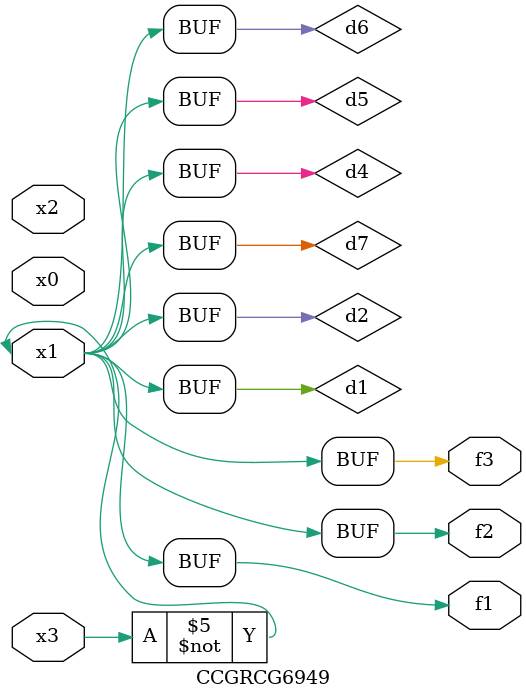
<source format=v>
module CCGRCG6949(
	input x0, x1, x2, x3,
	output f1, f2, f3
);

	wire d1, d2, d3, d4, d5, d6, d7;

	not (d1, x3);
	buf (d2, x1);
	xnor (d3, d1, d2);
	nor (d4, d1);
	buf (d5, d1, d2);
	buf (d6, d4, d5);
	nand (d7, d4);
	assign f1 = d6;
	assign f2 = d7;
	assign f3 = d6;
endmodule

</source>
